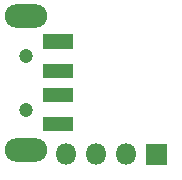
<source format=gbs>
%TF.GenerationSoftware,KiCad,Pcbnew,(5.1.9)-1*%
%TF.CreationDate,2021-01-28T22:38:17+08:00*%
%TF.ProjectId,NRF52840,4e524635-3238-4343-902e-6b696361645f,rev?*%
%TF.SameCoordinates,Original*%
%TF.FileFunction,Soldermask,Bot*%
%TF.FilePolarity,Negative*%
%FSLAX46Y46*%
G04 Gerber Fmt 4.6, Leading zero omitted, Abs format (unit mm)*
G04 Created by KiCad (PCBNEW (5.1.9)-1) date 2021-01-28 22:38:17*
%MOMM*%
%LPD*%
G01*
G04 APERTURE LIST*
%ADD10C,1.200000*%
%ADD11O,3.600000X2.000000*%
%ADD12O,1.800000X1.800000*%
G04 APERTURE END LIST*
D10*
%TO.C,J2*%
X92068440Y-141691400D03*
X92068440Y-137091400D03*
D11*
X92068440Y-145091400D03*
X92068440Y-133691400D03*
G36*
G01*
X96118440Y-142341400D02*
X96118440Y-143441400D01*
G75*
G02*
X96068440Y-143491400I-50000J0D01*
G01*
X93568440Y-143491400D01*
G75*
G02*
X93518440Y-143441400I0J50000D01*
G01*
X93518440Y-142341400D01*
G75*
G02*
X93568440Y-142291400I50000J0D01*
G01*
X96068440Y-142291400D01*
G75*
G02*
X96118440Y-142341400I0J-50000D01*
G01*
G37*
G36*
G01*
X96118440Y-135341400D02*
X96118440Y-136441400D01*
G75*
G02*
X96068440Y-136491400I-50000J0D01*
G01*
X93568440Y-136491400D01*
G75*
G02*
X93518440Y-136441400I0J50000D01*
G01*
X93518440Y-135341400D01*
G75*
G02*
X93568440Y-135291400I50000J0D01*
G01*
X96068440Y-135291400D01*
G75*
G02*
X96118440Y-135341400I0J-50000D01*
G01*
G37*
G36*
G01*
X96118440Y-139841400D02*
X96118440Y-140941400D01*
G75*
G02*
X96068440Y-140991400I-50000J0D01*
G01*
X93568440Y-140991400D01*
G75*
G02*
X93518440Y-140941400I0J50000D01*
G01*
X93518440Y-139841400D01*
G75*
G02*
X93568440Y-139791400I50000J0D01*
G01*
X96068440Y-139791400D01*
G75*
G02*
X96118440Y-139841400I0J-50000D01*
G01*
G37*
G36*
G01*
X96118440Y-137841400D02*
X96118440Y-138941400D01*
G75*
G02*
X96068440Y-138991400I-50000J0D01*
G01*
X93568440Y-138991400D01*
G75*
G02*
X93518440Y-138941400I0J50000D01*
G01*
X93518440Y-137841400D01*
G75*
G02*
X93568440Y-137791400I50000J0D01*
G01*
X96068440Y-137791400D01*
G75*
G02*
X96118440Y-137841400I0J-50000D01*
G01*
G37*
%TD*%
D12*
%TO.C,SWD*%
X95501460Y-145453100D03*
X98041460Y-145453100D03*
X100581460Y-145453100D03*
G36*
G01*
X102271460Y-144553100D02*
X103971460Y-144553100D01*
G75*
G02*
X104021460Y-144603100I0J-50000D01*
G01*
X104021460Y-146303100D01*
G75*
G02*
X103971460Y-146353100I-50000J0D01*
G01*
X102271460Y-146353100D01*
G75*
G02*
X102221460Y-146303100I0J50000D01*
G01*
X102221460Y-144603100D01*
G75*
G02*
X102271460Y-144553100I50000J0D01*
G01*
G37*
%TD*%
M02*

</source>
